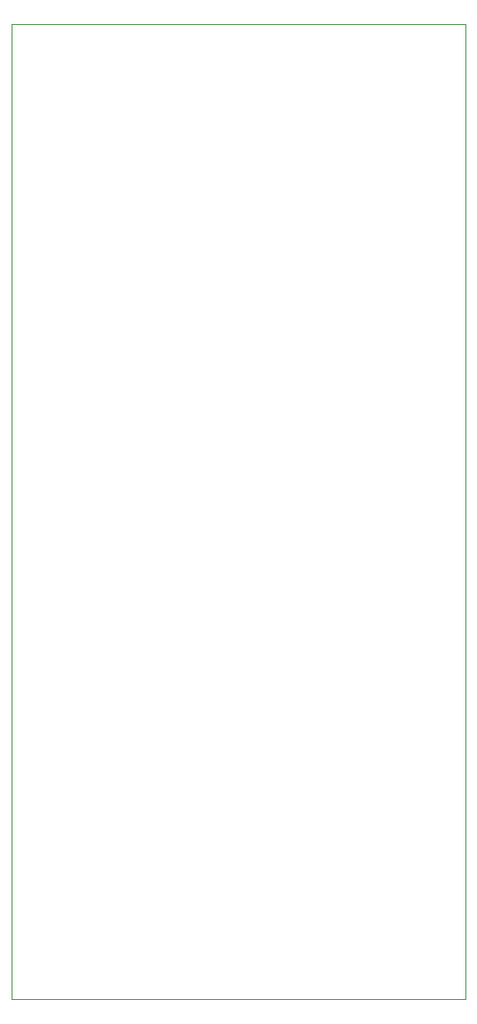
<source format=gbr>
G04 #@! TF.GenerationSoftware,KiCad,Pcbnew,(5.1.4-0-10_14)*
G04 #@! TF.CreationDate,2019-10-08T21:24:41-07:00*
G04 #@! TF.ProjectId,VCO_Main,56434f5f-4d61-4696-9e2e-6b696361645f,rev?*
G04 #@! TF.SameCoordinates,Original*
G04 #@! TF.FileFunction,Profile,NP*
%FSLAX46Y46*%
G04 Gerber Fmt 4.6, Leading zero omitted, Abs format (unit mm)*
G04 Created by KiCad (PCBNEW (5.1.4-0-10_14)) date 2019-10-08 21:24:41*
%MOMM*%
%LPD*%
G04 APERTURE LIST*
%ADD10C,0.050000*%
G04 APERTURE END LIST*
D10*
X110490000Y-160020000D02*
X110490000Y-67310000D01*
X67310000Y-160020000D02*
X110490000Y-160020000D01*
X67310000Y-67310000D02*
X67310000Y-160020000D01*
X67310000Y-67310000D02*
X110490000Y-67310000D01*
M02*

</source>
